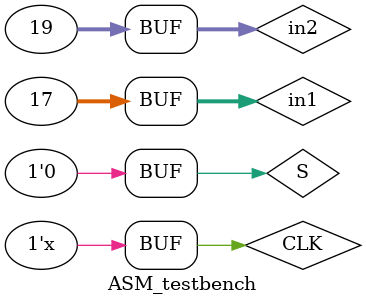
<source format=v>
module ASM_testbench();
     reg [31:0]in1;
     reg [31:0]in2;
     wire [31:0]res;
     reg CLK;
     wire V;
     reg S;
     ASM_Verilog test(in1, in2, S, CLK, V, res);
     initial begin
          CLK <= 0;
          in1 <= 17;
          in2 <= 19;
          S <= 0;
          #100 S <= 1;
          #140 S <= 0;
     end
     always begin
          #20 CLK = ~CLK;
     end
endmodule

</source>
